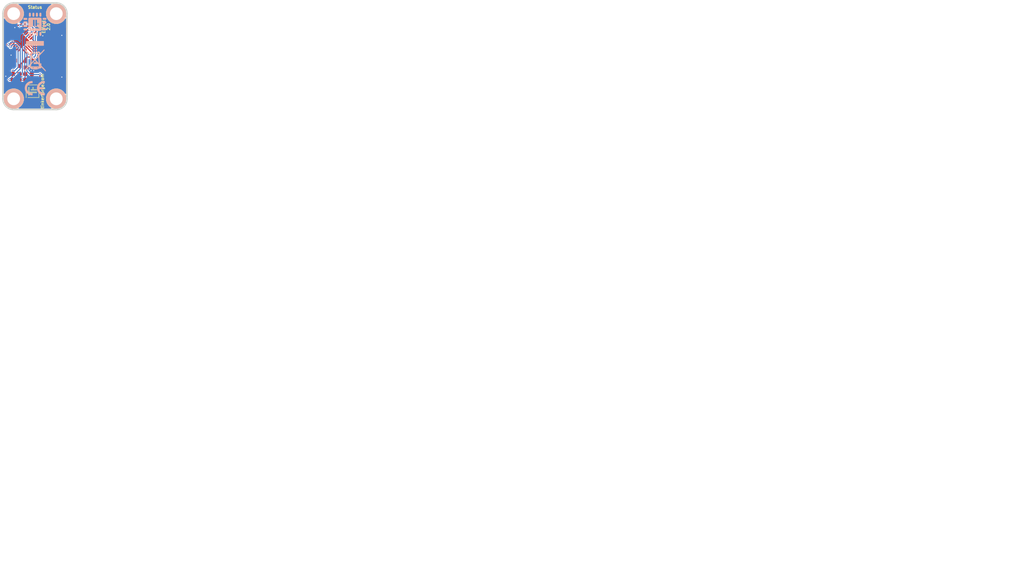
<source format=kicad_pcb>
(kicad_pcb (version 20221018) (generator pcbnew)
  (title_block (title "Hall Effect Bricklet") (date "2018-07-06") (rev "2.0") (company "Tinkerforge GmbH") (comment 1 "Licensed under CERN OHL v.1.1") (comment 2 "Copyright (©) 2018, L.Lauer <lukas@tinkerforge.com>"))
  (layers (0 "F.Cu" signal "Vorderseite") (31 "B.Cu" signal "Rückseite") (34 "B.Paste" user) (35 "F.Paste" user) (36 "B.SilkS" user "B.Silkscreen") (37 "F.SilkS" user "F.Silkscreen") (38 "B.Mask" user) (39 "F.Mask" user) (44 "Edge.Cuts" user))
  (net 0 "")
  (net 1 "GND")
  (net 2 "VCC")
  (net 3 "Net-(P1-Pad4)")
  (net 4 "Net-(P1-Pad5)")
  (net 5 "Net-(P1-Pad6)")
  (net 6 "Net-(C1-Pad1)")
  (net 7 "OUT")
  (net 8 "Net-(D1-Pad2)")
  (net 9 "Net-(R3-Pad1)")
  (net 10 "S-MISO")
  (net 11 "S-MOSI")
  (net 12 "S-CLK")
  (net 13 "S-CS")
  (net 14 "VOUT0")
  (net 15 "VOUT1")
  (net 16 "Net-(P2-Pad2)")
  (net 17 "Net-(P3-Pad1)")
  (net 18 "Net-(R1-Pad1)")
  (net 19 "Net-(R2-Pad1)")
  (net 20 "Net-(R4-Pad2)")
  (footprint "kicad-libraries:Logo_31x31" (layer "F.Cu") (at 48.25 52.1 90)
    (fp_text reference "G***" hide)
    (fp_text value "Logo_31x31" hide)
  )
  (footprint "kicad-libraries:Fiducial_Mark" (layer "F.Cu") (at 49.7 53.5)
    (fp_text reference "Fiducial_Mark" hide)
    (fp_text value "VAL**" hide)
    (pad "1" smd circle (at 0 0) (size 1.00076 1.00076) (layers "F.Cu" "F.Paste" "F.Mask") (clearance 0.65024))
  )
  (footprint "kicad-libraries:Fiducial_Mark" (layer "F.Cu") (at 55.4 38.3)
    (fp_text reference "Fiducial_Mark" hide)
    (fp_text value "VAL**" hide)
    (pad "1" smd circle (at 0 0) (size 1.00076 1.00076) (layers "F.Cu" "F.Paste" "F.Mask") (clearance 0.65024))
  )
  (footprint "kicad-libraries:DRILL_NP" (layer "F.Cu") (at 55.4 32.3)
    (fp_text reference "U3" hide)
    (fp_text value "DRILL" hide)
    (pad "" np_thru_hole circle (at 0 0) (size 2.99974 2.99974) (drill 2.99974) (layers "*.Cu" "*.Mask" "F.SilkS") (clearance 0.89916))
  )
  (footprint "kicad-libraries:DRILL_NP" (layer "F.Cu") (at 45.4 52.3)
    (fp_text reference "U4" hide)
    (fp_text value "DRILL" hide)
    (pad "" np_thru_hole circle (at 0 0) (size 2.99974 2.99974) (drill 2.99974) (layers "*.Cu" "*.Mask" "F.SilkS") (clearance 0.89916))
  )
  (footprint "kicad-libraries:DRILL_NP" (layer "F.Cu") (at 45.4 32.3)
    (fp_text reference "U5" hide)
    (fp_text value "DRILL" hide)
    (pad "" np_thru_hole circle (at 0 0) (size 2.99974 2.99974) (drill 2.99974) (layers "*.Cu" "*.Mask" "F.SilkS") (clearance 0.89916))
  )
  (footprint "kicad-libraries:DRILL_NP" (layer "F.Cu") (at 55.4 52.3)
    (fp_text reference "U6" hide)
    (fp_text value "DRILL" hide)
    (pad "" np_thru_hole circle (at 0 0) (size 2.99974 2.99974) (drill 2.99974) (layers "*.Cu" "*.Mask" "F.SilkS") (clearance 0.89916))
  )
  (footprint "kicad-libraries:C0402F" (layer "F.Cu") (at 51.6 38 90)
    (fp_text reference "C1")
    (fp_text value "220pF")
    (pad "1" smd rect (at -0.5 0 90) (size 0.6 0.7) (layers "F.Cu" "F.Paste" "F.Mask") (net 6 "Net-(C1-Pad1)"))
    (pad "2" smd rect (at 0.5 0 90) (size 0.6 0.7) (layers "F.Cu" "F.Paste" "F.Mask") (net 1 "GND"))
  )
  (footprint "kicad-libraries:C0603F" (layer "F.Cu") (at 48.9 46.5)
    (fp_text reference "C4")
    (fp_text value "1uF")
    (pad "1" smd rect (at -0.75 0) (size 0.9 0.9) (layers "F.Cu" "F.Paste" "F.Mask") (net 15 "VOUT1"))
    (pad "2" smd rect (at 0.75 0) (size 0.9 0.9) (layers "F.Cu" "F.Paste" "F.Mask") (net 1 "GND"))
  )
  (footprint "kicad-libraries:C0603F" (layer "F.Cu") (at 48.9 47.8)
    (fp_text reference "C5")
    (fp_text value "1uF")
    (pad "1" smd rect (at -0.75 0) (size 0.9 0.9) (layers "F.Cu" "F.Paste" "F.Mask") (net 14 "VOUT0"))
    (pad "2" smd rect (at 0.75 0) (size 0.9 0.9) (layers "F.Cu" "F.Paste" "F.Mask") (net 1 "GND"))
  )
  (footprint "kicad-libraries:C0603F" (layer "F.Cu") (at 44.5 36.5 45)
    (fp_text reference "C6")
    (fp_text value "100nF")
    (pad "1" smd rect (at -0.75 0 45) (size 0.9 0.9) (layers "F.Cu" "F.Paste" "F.Mask") (net 2 "VCC"))
    (pad "2" smd rect (at 0.75 0 45) (size 0.9 0.9) (layers "F.Cu" "F.Paste" "F.Mask") (net 1 "GND"))
  )
  (footprint "kicad-libraries:D0603F" (layer "F.Cu") (at 50.4 32)
    (fp_text reference "D1")
    (fp_text value "blue")
    (pad "1" smd rect (at -0.75 0) (size 0.9 0.9) (layers "F.Cu" "F.Paste" "F.Mask") (net 2 "VCC"))
    (pad "2" smd rect (at 0.75 0) (size 0.9 0.9) (layers "F.Cu" "F.Paste" "F.Mask") (net 8 "Net-(D1-Pad2)"))
  )
  (footprint "kicad-libraries:CON-SENSOR2" (layer "F.Cu") (at 57.9 42.3 90)
    (fp_text reference "P1")
    (fp_text value "CON-SENSOR2")
    (pad "1" smd rect (at -3.75 -4.6 90) (size 0.6 1.8) (layers "F.Cu" "F.Paste" "F.Mask"))
    (pad "2" smd rect (at -2.5 -4.6 90) (size 0.6 1.8) (layers "F.Cu" "F.Paste" "F.Mask") (net 1 "GND"))
    (pad "3" smd rect (at -1.25 -4.6 90) (size 0.6 1.8) (layers "F.Cu" "F.Paste" "F.Mask") (net 2 "VCC"))
    (pad "4" smd rect (at 0 -4.6 90) (size 0.6 1.8) (layers "F.Cu" "F.Paste" "F.Mask") (net 3 "Net-(P1-Pad4)"))
    (pad "5" smd rect (at 1.25 -4.6 90) (size 0.6 1.8) (layers "F.Cu" "F.Paste" "F.Mask") (net 4 "Net-(P1-Pad5)"))
    (pad "6" smd rect (at 2.5 -4.6 90) (size 0.6 1.8) (layers "F.Cu" "F.Paste" "F.Mask") (net 5 "Net-(P1-Pad6)"))
    (pad "7" smd rect (at 3.75 -4.6 90) (size 0.6 1.8) (layers "F.Cu" "F.Paste" "F.Mask") (net 6 "Net-(C1-Pad1)"))
    (pad "EP" smd rect (at -5.9 -1.2 90) (size 1.4 2.4) (layers "F.Cu" "F.Paste" "F.Mask") (net 1 "GND"))
    (pad "EP" smd rect (at 5.9 -1.2 90) (size 1.4 2.4) (layers "F.Cu" "F.Paste" "F.Mask") (net 1 "GND"))
  )
  (footprint "kicad-libraries:R0603F" (layer "F.Cu") (at 46 46.5)
    (fp_text reference "R1")
    (fp_text value "10k")
    (pad "1" smd rect (at -0.75 0) (size 0.9 0.9) (layers "F.Cu" "F.Paste" "F.Mask") (net 18 "Net-(R1-Pad1)"))
    (pad "2" smd rect (at 0.75 0) (size 0.9 0.9) (layers "F.Cu" "F.Paste" "F.Mask") (net 15 "VOUT1"))
  )
  (footprint "kicad-libraries:R0603F" (layer "F.Cu") (at 50.4 33.4)
    (fp_text reference "R3")
    (fp_text value "1k")
    (pad "1" smd rect (at -0.75 0) (size 0.9 0.9) (layers "F.Cu" "F.Paste" "F.Mask") (net 9 "Net-(R3-Pad1)"))
    (pad "2" smd rect (at 0.75 0) (size 0.9 0.9) (layers "F.Cu" "F.Paste" "F.Mask") (net 8 "Net-(D1-Pad2)"))
  )
  (footprint "kicad-libraries:4X0402" (layer "F.Cu") (at 51.1 40.3 90)
    (fp_text reference "RP1")
    (fp_text value "82")
    (pad "1" smd rect (at -0.7493 0.575 270) (size 0.29972 0.65) (layers "F.Cu" "F.Paste" "F.Mask") (net 3 "Net-(P1-Pad4)"))
    (pad "2" smd rect (at -0.24892 0.575 270) (size 0.29972 0.65) (layers "F.Cu" "F.Paste" "F.Mask") (net 4 "Net-(P1-Pad5)"))
    (pad "3" smd rect (at 0.24892 0.575 270) (size 0.29972 0.65) (layers "F.Cu" "F.Paste" "F.Mask") (net 5 "Net-(P1-Pad6)"))
    (pad "4" smd rect (at 0.7493 0.575 270) (size 0.29972 0.65) (layers "F.Cu" "F.Paste" "F.Mask") (net 6 "Net-(C1-Pad1)"))
    (pad "5" smd rect (at 0.7493 -0.575 90) (size 0.29972 0.65) (layers "F.Cu" "F.Paste" "F.Mask") (net 10 "S-MISO"))
    (pad "6" smd rect (at 0.24892 -0.575 90) (size 0.29972 0.65) (layers "F.Cu" "F.Paste" "F.Mask") (net 11 "S-MOSI"))
    (pad "7" smd rect (at -0.24892 -0.575 90) (size 0.29972 0.65) (layers "F.Cu" "F.Paste" "F.Mask") (net 12 "S-CLK"))
    (pad "8" smd rect (at -0.7493 -0.575 90) (size 0.29972 0.65) (layers "F.Cu" "F.Paste" "F.Mask") (net 13 "S-CS"))
  )
  (footprint "kicad-libraries:QFN24-4x4mm-0.5mm" (layer "F.Cu") (at 47.2 38.6 -135)
    (fp_text reference "U1")
    (fp_text value "XMC1302")
    (pad "1" smd oval (at -2.025 -1.25 225) (size 1 0.3) (layers "F.Cu" "F.Paste" "F.Mask") (net 10 "S-MISO"))
    (pad "2" smd oval (at -2.025 -0.75 225) (size 1 0.3) (layers "F.Cu" "F.Paste" "F.Mask") (net 7 "OUT"))
    (pad "3" smd oval (at -2.025 -0.25 225) (size 1 0.3) (layers "F.Cu" "F.Paste" "F.Mask") (net 14 "VOUT0"))
    (pad "4" smd oval (at -2.025 0.25 225) (size 1 0.3) (layers "F.Cu" "F.Paste" "F.Mask"))
    (pad "5" smd oval (at -2.025 0.75 225) (size 1 0.3) (layers "F.Cu" "F.Paste" "F.Mask") (net 15 "VOUT1"))
    (pad "6" smd oval (at -2.025 1.25 225) (size 1 0.3) (layers "F.Cu" "F.Paste" "F.Mask") (net 7 "OUT"))
    (pad "7" smd oval (at -1.25 2.025 315) (size 1 0.3) (layers "F.Cu" "F.Paste" "F.Mask") (net 9 "Net-(R3-Pad1)"))
    (pad "8" smd oval (at -0.75 2.025 315) (size 1 0.3) (layers "F.Cu" "F.Paste" "F.Mask"))
    (pad "9" smd oval (at -0.25 2.025 315) (size 1 0.3) (layers "F.Cu" "F.Paste" "F.Mask") (net 1 "GND"))
    (pad "10" smd oval (at 0.25 2.025 315) (size 1 0.3) (layers "F.Cu" "F.Paste" "F.Mask") (net 2 "VCC"))
    (pad "11" smd oval (at 0.75 2.025 315) (size 1 0.3) (layers "F.Cu" "F.Paste" "F.Mask"))
    (pad "12" smd oval (at 1.25 2.025 315) (size 1 0.3) (layers "F.Cu" "F.Paste" "F.Mask"))
    (pad "13" smd oval (at 2.025 1.25 225) (size 1 0.3) (layers "F.Cu" "F.Paste" "F.Mask") (net 19 "Net-(R2-Pad1)"))
    (pad "14" smd oval (at 2.025 0.75 225) (size 1 0.3) (layers "F.Cu" "F.Paste" "F.Mask") (net 18 "Net-(R1-Pad1)"))
    (pad "15" smd oval (at 2.025 0.25 225) (size 1 0.3) (layers "F.Cu" "F.Paste" "F.Mask"))
    (pad "16" smd oval (at 2.025 -0.25 225) (size 1 0.3) (layers "F.Cu" "F.Paste" "F.Mask"))
    (pad "17" smd oval (at 2.025 -0.75 225) (size 1 0.3) (layers "F.Cu" "F.Paste" "F.Mask"))
    (pad "18" smd oval (at 2.025 -1.25 225) (size 1 0.3) (layers "F.Cu" "F.Paste" "F.Mask"))
    (pad "19" smd oval (at 1.25 -2.025 315) (size 1 0.3) (layers "F.Cu" "F.Paste" "F.Mask") (net 16 "Net-(P2-Pad2)"))
    (pad "20" smd oval (at 0.75 -2.025 315) (size 1 0.3) (layers "F.Cu" "F.Paste" "F.Mask"))
    (pad "21" smd oval (at 0.25 -2.025 315) (size 1 0.3) (layers "F.Cu" "F.Paste" "F.Mask") (net 17 "Net-(P3-Pad1)"))
    (pad "22" smd oval (at -0.25 -2.025 315) (size 1 0.3) (layers "F.Cu" "F.Paste" "F.Mask") (net 13 "S-CS"))
    (pad "23" smd oval (at -0.75 -2.025 315) (size 1 0.3) (layers "F.Cu" "F.Paste" "F.Mask") (net 12 "S-CLK"))
    (pad "24" smd oval (at -1.25 -2.025 315) (size 1 0.3) (layers "F.Cu" "F.Paste" "F.Mask") (net 11 "S-MOSI"))
    (pad "EXP" smd rect (at -0.65 -0.65 225) (size 1.3 1.3) (layers "F.Cu" "F.Paste" "F.Mask") (net 1 "GND"))
    (pad "EXP" smd rect (at -0.65 0.65 225) (size 1.3 1.3) (layers "F.Cu" "F.Paste" "F.Mask") (net 1 "GND"))
    (pad "EXP" smd rect (at 0.65 -0.65 225) (size 1.3 1.3) (layers "F.Cu" "F.Paste" "F.Mask") (net 1 "GND"))
    (pad "EXP" smd rect (at 0.65 0.65 225) (size 1.3 1.3) (layers "F.Cu" "F.Paste" "F.Mask") (net 1 "GND"))
  )
  (footprint "kicad-libraries:C0805" (layer "F.Cu") (at 51.3 44.3 -90)
    (fp_text reference "C2")
    (fp_text value "10uF")
    (pad "1" smd rect (at -1.00076 0 270) (size 1.00076 1.24968) (layers "F.Cu" "F.Paste" "F.Mask") (net 2 "VCC") (clearance 0.14986))
    (pad "2" smd rect (at 1.00076 0 270) (size 1.00076 1.24968) (layers "F.Cu" "F.Paste" "F.Mask") (net 1 "GND") (clearance 0.14986))
  )
  (footprint "kicad-libraries:C0603F" (layer "F.Cu") (at 49.8 44.2 -90)
    (fp_text reference "C3")
    (fp_text value "1uF")
    (pad "1" smd rect (at -0.75 0 270) (size 0.9 0.9) (layers "F.Cu" "F.Paste" "F.Mask") (net 2 "VCC"))
    (pad "2" smd rect (at 0.75 0 270) (size 0.9 0.9) (layers "F.Cu" "F.Paste" "F.Mask") (net 1 "GND"))
  )
  (footprint "kicad-libraries:C0603F" (layer "F.Cu") (at 43.9 45.4 -90)
    (fp_text reference "C7")
    (fp_text value "100nF")
    (pad "1" smd rect (at -0.75 0 270) (size 0.9 0.9) (layers "F.Cu" "F.Paste" "F.Mask") (net 2 "VCC"))
    (pad "2" smd rect (at 0.75 0 270) (size 0.9 0.9) (layers "F.Cu" "F.Paste" "F.Mask") (net 1 "GND"))
  )
  (footprint "kicad-libraries:C0603F" (layer "F.Cu") (at 48.2 44.2 -90)
    (fp_text reference "C8")
    (fp_text value "100nF")
    (pad "1" smd rect (at -0.75 0 270) (size 0.9 0.9) (layers "F.Cu" "F.Paste" "F.Mask") (net 7 "OUT"))
    (pad "2" smd rect (at 0.75 0 270) (size 0.9 0.9) (layers "F.Cu" "F.Paste" "F.Mask") (net 1 "GND"))
  )
  (footprint "kicad-libraries:SolderJumper" (layer "F.Cu") (at 51 47.8)
    (fp_text reference "P2")
    (fp_text value "BOOT")
    (pad "1" smd rect (at -0.5 0) (size 0.4 1.4) (layers "F.Cu" "F.Mask") (net 1 "GND"))
    (pad "1" smd rect (at -0.225 -0.55) (size 0.95 0.3) (layers "F.Cu" "F.Mask") (net 1 "GND"))
    (pad "1" smd rect (at -0.225 0.55) (size 0.95 0.3) (layers "F.Cu" "F.Mask") (net 1 "GND"))
    (pad "2" smd rect (at 0.15 0) (size 0.6 0.5) (layers "F.Cu" "F.Mask") (net 16 "Net-(P2-Pad2)"))
    (pad "2" smd rect (at 0.55 0) (size 0.3 1.4) (layers "F.Cu" "F.Mask") (net 16 "Net-(P2-Pad2)"))
  )
  (footprint "kicad-libraries:DEBUG_PAD" (layer "F.Cu") (at 49.7 41.8 -90)
    (fp_text reference "P3")
    (fp_text value "DEBUG")
    (pad "1" smd circle (at 0 0 270) (size 0.7 0.7) (layers "F.Cu" "F.Paste" "F.Mask") (net 17 "Net-(P3-Pad1)"))
  )
  (footprint "kicad-libraries:R0603F" (layer "F.Cu") (at 46 47.8)
    (fp_text reference "R2")
    (fp_text value "10k")
    (pad "1" smd rect (at -0.75 0) (size 0.9 0.9) (layers "F.Cu" "F.Paste" "F.Mask") (net 19 "Net-(R2-Pad1)"))
    (pad "2" smd rect (at 0.75 0) (size 0.9 0.9) (layers "F.Cu" "F.Paste" "F.Mask") (net 14 "VOUT0"))
  )
  (footprint "kicad-libraries:R0603F" (layer "F.Cu") (at 46 44.6 180)
    (fp_text reference "R4")
    (fp_text value "100")
    (pad "1" smd rect (at -0.75 0 180) (size 0.9 0.9) (layers "F.Cu" "F.Paste" "F.Mask") (net 7 "OUT"))
    (pad "2" smd rect (at 0.75 0 180) (size 0.9 0.9) (layers "F.Cu" "F.Paste" "F.Mask") (net 20 "Net-(R4-Pad2)"))
  )
  (footprint "kicad-libraries:SOT23-3" (layer "F.Cu") (at 44.8 42.3 180)
    (fp_text reference "U2")
    (fp_text value "DRV5053")
    (pad "1" smd rect (at 0.889 -1.016 180) (size 0.9144 0.9144) (layers "F.Cu" "F.Paste" "F.Mask") (net 2 "VCC"))
    (pad "2" smd rect (at -0.889 -1.016 180) (size 0.9144 0.9144) (layers "F.Cu" "F.Paste" "F.Mask") (net 20 "Net-(R4-Pad2)"))
    (pad "3" smd rect (at 0 1.00076 180) (size 0.9144 0.9144) (layers "F.Cu" "F.Paste" "F.Mask") (net 1 "GND"))
  )
  (footprint "kicad-libraries:WEEE_7mm" (layer "B.Cu") (at 50.4 42.3)
    (fp_text reference "VAL" hide)
    (fp_text value "WEEE_7mm" hide)
  )
  (footprint "kicad-libraries:CE_5mm" (layer "B.Cu") (at 50.4 49.8)
    (fp_text reference "VAL" hide)
    (fp_text value "CE_5mm" hide)
  )
  (footprint "kicad-libraries:Logo_CoMCU" (layer "B.Cu") (at 50.4 34.8)
    (fp_text reference "G***" hide)
    (fp_text value "LOGO" hide)
  )
  (gr_arc (start 42.9 32.3) (mid 43.632233 30.532233) (end 45.4 29.8) (stroke (width 0.381)) (layer "Edge.Cuts"))
  (gr_arc (start 45.4 54.8) (mid 43.632233 54.067767) (end 42.9 52.3) (stroke (width 0.381)) (layer "Edge.Cuts"))
  (gr_arc (start 55.4 29.8) (mid 57.167767 30.532233) (end 57.9 32.3) (stroke (width 0.381)) (layer "Edge.Cuts"))
  (gr_line (start 55.4 54.8) (end 45.4 54.8) (stroke (width 0.381)) (layer "Edge.Cuts"))
  (gr_arc (start 57.9 52.3) (mid 57.167767 54.067767) (end 55.4 54.8) (stroke (width 0.381)) (layer "Edge.Cuts"))
  (gr_line (start 42.9 52.3) (end 42.9 32.3) (stroke (width 0.381)) (layer "Edge.Cuts"))
  (gr_line (start 57.9 32.3) (end 57.9 52.3) (stroke (width 0.381)) (layer "Edge.Cuts"))
  (gr_line (start 45.4 29.8) (end 55.4 29.8) (stroke (width 0.381)) (layer "Edge.Cuts"))
  (gr_text "Hall\nEffect\n2.0" (at 52.45 35.38 90) (layer "F.SilkS") (effects (font (size 0.7 0.7))))
  (gr_text "tinkerforge.com" (at 52.15 50.5 90) (layer "F.SilkS") (effects (font (size 0.7 0.7))))
  (gr_text "Status" (at 50.4 30.8) (layer "F.SilkS") (effects (font (size 0.7 0.7))))
  (segment (start 50.35 44.95) (end 50.60076 45.20076) (width 0.55) (layer "F.Cu") (net 1))
  (segment (start 50.60076 45.20076) (end 51.3 45.20076) (width 0.55) (layer "F.Cu") (net 1))
  (segment (start 52.4 44.8) (end 51.99924 45.20076) (width 0.55) (layer "F.Cu") (net 1))
  (segment (start 51.99924 45.20076) (end 51.3 45.20076) (width 0.55) (layer "F.Cu") (net 1))
  (segment (start 50.11 45.68) (end 49.8 45.37) (width 0.55) (layer "F.Cu") (net 1))
  (segment (start 49.8 45.38) (end 49.5 45.68) (width 0.55) (layer "F.Cu") (net 1))
  (segment (start 49.41 44.95) (end 49.07 45.29) (width 0.55) (layer "F.Cu") (net 1))
  (segment (start 49.28 44.95) (end 49.07 44.74) (width 0.55) (layer "F.Cu") (net 1))
  (segment (start 49.46 45.68) (end 49.07 45.29) (width 0.55) (layer "F.Cu") (net 1))
  (segment (start 49.59 44.74) (end 49.8 44.95) (width 0.55) (layer "F.Cu") (net 1))
  (segment (start 45.03033 36.076777) (end 45.944885 36.991332) (width 0.25) (layer "F.Cu") (net 1))
  (segment (start 45.944885 36.994885) (end 46.630761 37.680761) (width 0.25) (layer "F.Cu") (net 1))
  (segment (start 46.630761 37.680761) (end 47.2 37.680761) (width 0.25) (layer "F.Cu") (net 1))
  (segment (start 48.119239 38.6) (end 47.2 39.519239) (width 0.25) (layer "F.Cu") (net 1))
  (segment (start 47.2 39.519239) (end 46.280761 38.6) (width 0.25) (layer "F.Cu") (net 1))
  (segment (start 46.280761 38.6) (end 47.2 37.680761) (width 0.25) (layer "F.Cu") (net 1))
  (segment (start 45.280332 35.96967) (end 45.67 35.580002) (width 0.55) (layer "F.Cu") (net 1))
  (segment (start 49.5 45.68) (end 49.65 45.83) (width 0.3) (layer "F.Cu") (net 1))
  (segment (start 43.9 46.65) (end 43.55 47) (width 0.55) (layer "F.Cu") (net 1))
  (segment (start 50.55 47.25) (end 50.5 47.3) (width 0.25) (layer "F.Cu") (net 1))
  (segment (start 50.5 47.3) (end 50.5 47.8) (width 0.25) (layer "F.Cu") (net 1))
  (segment (start 50.65 48.35) (end 50.5 48.2) (width 0.25) (layer "F.Cu") (net 1))
  (segment (start 50.5 48.2) (end 50.5 47.8) (width 0.25) (layer "F.Cu") (net 1))
  (segment (start 49.35 44.95) (end 49.4 45) (width 0.55) (layer "F.Cu") (net 1))
  (segment (start 49.4 45) (end 49.8 44.95) (width 0.55) (layer "F.Cu") (net 1))
  (segment (start 49.65 47.8) (end 49.65 46.5) (width 0.55) (layer "F.Cu") (net 1))
  (segment (start 56.7 48.2) (end 56.7 47.2) (width 0.55) (layer "F.Cu") (net 1))
  (segment (start 50.775 48.35) (end 50.65 48.35) (width 0.25) (layer "F.Cu") (net 1))
  (segment (start 49.8 44.95) (end 49.8 45.37) (width 0.55) (layer "F.Cu") (net 1))
  (segment (start 51.6 37.5) (end 52.23 37.5) (width 0.55) (layer "F.Cu") (net 1))
  (segment (start 49.07 44.74) (end 49.59 44.74) (width 0.55) (layer "F.Cu") (net 1))
  (segment (start 47.2 37.680761) (end 48.119239 38.6) (width 0.25) (layer "F.Cu") (net 1))
  (segment (start 43.9 46.15) (end 43.9 46.65) (width 0.55) (layer "F.Cu") (net 1))
  (segment (start 50.775 47.25) (end 50.55 47.25) (width 0.25) (layer "F.Cu") (net 1))
  (segment (start 49.07 44.74) (end 49.07 45.29) (width 0.55) (layer "F.Cu") (net 1))
  (segment (start 53.3 44.8) (end 52.4 44.8) (width 0.55) (layer "F.Cu") (net 1))
  (segment (start 49.8 44.95) (end 49.8 45.38) (width 0.55) (layer "F.Cu") (net 1))
  (segment (start 56.7 36.4) (end 56.7 37.4) (width 0.55) (layer "F.Cu") (net 1))
  (segment (start 49.8 44.95) (end 50.35 44.95) (width 0.55) (layer "F.Cu") (net 1))
  (segment (start 48.2 44.95) (end 49.35 44.95) (width 0.55) (layer "F.Cu") (net 1))
  (segment (start 45.03033 35.96967) (end 45.280332 35.96967) (width 0.55) (layer "F.Cu") (net 1))
  (segment (start 44.8 41.29924) (end 44.8 42.05) (width 0.55) (layer "F.Cu") (net 1))
  (segment (start 49.5 45.68) (end 50.11 45.68) (width 0.55) (layer "F.Cu") (net 1))
  (segment (start 45.944885 36.991332) (end 45.944885 36.994885) (width 0.25) (layer "F.Cu") (net 1))
  (segment (start 50.5 47.8) (end 49.65 47.8) (width 0.25) (layer "F.Cu") (net 1))
  (segment (start 49.28 44.95) (end 49.8 44.95) (width 0.55) (layer "F.Cu") (net 1))
  (segment (start 45.03033 35.96967) (end 45.03033 36.076777) (width 0.25) (layer "F.Cu") (net 1))
  (segment (start 49.5 45.68) (end 49.46 45.68) (width 0.55) (layer "F.Cu") (net 1))
  (segment (start 49.65 45.83) (end 49.65 46.5) (width 0.55) (layer "F.Cu") (net 1))
  (via (at 56.7 47.2) (size 0.55) (drill 0.25) (layers "F.Cu" "B.Cu") (net 1))
  (via (at 49.07 44.74) (size 0.55) (drill 0.25) (layers "F.Cu" "B.Cu") (net 1))
  (via (at 43.55 47) (size 0.55) (drill 0.25) (layers "F.Cu" "B.Cu") (net 1))
  (via (at 44.8 42.05) (size 0.55) (drill 0.25) (layers "F.Cu" "B.Cu") (net 1))
  (via (at 49.5 45.68) (size 0.55) (drill 0.25) (layers "F.Cu" "B.Cu") (net 1))
  (via (at 45.67 35.580002) (size 0.55) (drill 0.25) (layers "F.Cu" "B.Cu") (net 1))
  (via (at 52.23 37.5) (size 0.55) (drill 0.25) (layers "F.Cu" "B.Cu") (net 1))
  (via (at 49.07 45.29) (size 0.55) (drill 0.25) (layers "F.Cu" "B.Cu") (net 1))
  (via (at 56.7 37.4) (size 0.55) (drill 0.25) (layers "F.Cu" "B.Cu") (net 1))
  (via (at 50.11 45.68) (size 0.55) (drill 0.25) (layers "F.Cu" "B.Cu") (net 1))
  (segment (start 45.67 35.580002) (end 45.67 35.54) (width 0.55) (layer "B.Cu") (net 1))
  (segment (start 45.67 35.54) (end 45.68 35.55) (width 0.55) (layer "B.Cu") (net 1))
  (segment (start 52.45 43.55) (end 52.09924 43.19924) (width 0.55) (layer "F.Cu") (net 2))
  (segment (start 52.09924 43.19924) (end 51.3 43.19924) (width 0.55) (layer "F.Cu") (net 2))
  (segment (start 50.60076 43.19924) (end 50.35 43.45) (width 0.55) (layer "F.Cu") (net 2))
  (segment (start 50.35 43.45) (end 49.8 43.45) (width 0.55) (layer "F.Cu") (net 2))
  (segment (start 43.911 42.271) (end 43.65 42.01) (width 0.25) (layer "F.Cu") (net 2))
  (segment (start 43.65 42.01) (end 43.65 37.35) (width 0.25) (layer "F.Cu") (net 2))
  (segment (start 43.65 37.35) (end 43.96967 37.03033) (width 0.25) (layer "F.Cu") (net 2))
  (segment (start 43.99967 37.03033) (end 44.24 36.79) (width 0.25) (layer "F.Cu") (net 2))
  (segment (start 44.24 36.79) (end 44.75 36.79) (width 0.25) (layer "F.Cu") (net 2))
  (segment (start 44.75 36.79) (end 44.93 36.97) (width 0.25) (layer "F.Cu") (net 2))
  (segment (start 44.93 36.97) (end 45.216447 36.97) (width 0.25) (layer "F.Cu") (net 2))
  (segment (start 45.216447 36.97) (end 45.591332 37.344885) (width 0.25) (layer "F.Cu") (net 2))
  (segment (start 43.96967 36.99967) (end 43.5 36.53) (width 0.25) (layer "F.Cu") (net 2))
  (segment (start 43.5 36.53) (end 43.5 36.41) (width 0.25) (layer "F.Cu") (net 2))
  (segment (start 43.5 36.41) (end 44.88 35.03) (width 0.25) (layer "F.Cu") (net 2))
  (segment (start 44.88 35.03) (end 46.82 35.03) (width 0.25) (layer "F.Cu") (net 2))
  (segment (start 46.82 35.03) (end 46.825 35.025) (width 0.25) (layer "F.Cu") (net 2))
  (segment (start 48.49 33.36) (end 48.49 32.58) (width 0.25) (layer "F.Cu") (net 2))
  (segment (start 48.49 32.58) (end 49.07 32) (width 0.25) (layer "F.Cu") (net 2))
  (segment (start 49.07 32) (end 49.65 32) (width 0.25) (layer "F.Cu") (net 2))
  (segment (start 49.8 42.9) (end 50 42.7) (width 0.25) (layer "F.Cu") (net 2))
  (segment (start 46.8 35) (end 46.825 35.025) (width 0.25) (layer "F.Cu") (net 2))
  (segment (start 46.825 35.025) (end 48.49 33.36) (width 0.25) (layer "F.Cu") (net 2))
  (segment (start 43.911 43.316) (end 43.911 42.271) (width 0.25) (layer "F.Cu") (net 2))
  (segment (start 43.911 43.316) (end 43.911 44.661) (width 0.55) (layer "F.Cu") (net 2))
  (segment (start 49.8 43.45) (end 49.8 42.9) (width 0.25) (layer "F.Cu") (net 2))
  (segment (start 43.96967 37.03033) (end 43.99967 37.03033) (width 0.25) (layer "F.Cu") (net 2))
  (segment (start 51.3 43.19924) (end 50.60076 43.19924) (width 0.55) (layer "F.Cu") (net 2))
  (segment (start 43.96967 37.03033) (end 43.96967 36.99967) (width 0.25) (layer "F.Cu") (net 2))
  (segment (start 53.3 43.55) (end 52.45 43.55) (width 0.55) (layer "F.Cu") (net 2))
  (via (at 46.8 35) (size 0.55) (drill 0.25) (layers "F.Cu" "B.Cu") (net 2))
  (via (at 50 42.7) (size 0.55) (drill 0.25) (layers "F.Cu" "B.Cu") (net 2))
  (segment (start 50 42.7) (end 50.5 42.2) (width 0.25) (layer "B.Cu") (net 2))
  (segment (start 50.5 42.2) (end 50.5 37.5) (width 0.25) (layer "B.Cu") (net 2))
  (segment (start 50.5 37.5) (end 50.7 37.3) (width 0.25) (layer "B.Cu") (net 2))
  (segment (start 50.7 37.3) (end 50.7 36.4) (width 0.25) (layer "B.Cu") (net 2))
  (segment (start 50.7 36.4) (end 49.3 35) (width 0.25) (layer "B.Cu") (net 2))
  (segment (start 49.3 35) (end 46.8 35) (width 0.25) (layer "B.Cu") (net 2))
  (segment (start 51.8493 41.0493) (end 52.1 41.3) (width 0.2) (layer "F.Cu") (net 3))
  (segment (start 52.1 41.3) (end 52.1 42) (width 0.2) (layer "F.Cu") (net 3))
  (segment (start 52.1 42) (end 52.4 42.3) (width 0.2) (layer "F.Cu") (net 3))
  (segment (start 52.4 42.3) (end 53.3 42.3) (width 0.2) (layer "F.Cu") (net 3))
  (segment (start 51.675 41.0493) (end 51.8493 41.0493) (width 0.2) (layer "F.Cu") (net 3))
  (segment (start 52.04892 40.54892) (end 52.55 41.05) (width 0.2) (layer "F.Cu") (net 4))
  (segment (start 52.55 41.05) (end 53.3 41.05) (width 0.2) (layer "F.Cu") (net 4))
  (segment (start 51.675 40.54892) (end 52.04892 40.54892) (width 0.2) (layer "F.Cu") (net 4))
  (segment (start 52.04892 40.05108) (end 52.3 39.8) (width 0.2) (layer "F.Cu") (net 5))
  (segment (start 52.3 39.8) (end 53.3 39.8) (width 0.2) (layer "F.Cu") (net 5))
  (segment (start 51.675 40.05108) (end 52.04892 40.05108) (width 0.2) (layer "F.Cu") (net 5))
  (segment (start 51.65 38.55) (end 51.675 38.575) (width 0.2) (layer "F.Cu") (net 6))
  (segment (start 51.675 38.575) (end 51.675 39.5507) (width 0.2) (layer "F.Cu") (net 6))
  (segment (start 53.3 38.55) (end 51.65 38.55) (width 0.2) (layer "F.Cu") (net 6))
  (segment (start 47.748008 36.261992) (end 47.748008 36.284225) (width 0.25) (layer "F.Cu") (net 7))
  (segment (start 46.75 44.45) (end 47.75 43.45) (width 0.3) (layer "F.Cu") (net 7))
  (segment (start 47.75 43.45) (end 48.2 43.45) (width 0.3) (layer "F.Cu") (net 7))
  (segment (start 50.5 36.6) (end 50.5 36.2) (width 0.25) (layer "F.Cu") (net 7))
  (segment (start 50.5 36.2) (end 49.6 35.3) (width 0.25) (layer "F.Cu") (net 7))
  (segment (start 49.6 35.3) (end 48.732233 35.3) (width 0.25) (layer "F.Cu") (net 7))
  (segment (start 48.732233 35.3) (end 47.748008 36.284225) (width 0.25) (layer "F.Cu") (net 7))
  (segment (start 49.76066 37.1) (end 50 37.1) (width 0.25) (layer "F.Cu") (net 7))
  (segment (start 48.2 42.8) (end 48.5 42.5) (width 0.25) (layer "F.Cu") (net 7))
  (segment (start 48.5 42.5) (end 49.3 42.5) (width 0.25) (layer "F.Cu") (net 7))
  (segment (start 46.75 44.6) (end 46.75 44.45) (width 0.3) (layer "F.Cu") (net 7))
  (segment (start 49.162221 37.698439) (end 49.76066 37.1) (width 0.25) (layer "F.Cu") (net 7))
  (segment (start 48.2 43.45) (end 48.2 42.8) (width 0.25) (layer "F.Cu") (net 7))
  (segment (start 50 37.1) (end 50.5 36.6) (width 0.25) (layer "F.Cu") (net 7))
  (via (at 50 37.1) (size 0.55) (drill 0.25) (layers "F.Cu" "B.Cu") (net 7))
  (via (at 49.3 42.5) (size 0.55) (drill 0.25) (layers "F.Cu" "B.Cu") (net 7))
  (segment (start 49.3 42.5) (end 50 41.8) (width 0.25) (layer "B.Cu") (net 7))
  (segment (start 50 41.8) (end 50 37.1) (width 0.25) (layer "B.Cu") (net 7))
  (segment (start 51.15 32) (end 51.15 33.4) (width 0.25) (layer "F.Cu") (net 8))
  (segment (start 46.655775 36.284225) (end 48.06 34.88) (width 0.25) (layer "F.Cu") (net 9))
  (segment (start 48.06 34.88) (end 48.06 34.45) (width 0.25) (layer "F.Cu") (net 9))
  (segment (start 48.06 34.45) (end 49.11 33.4) (width 0.25) (layer "F.Cu") (net 9))
  (segment (start 49.11 33.4) (end 49.65 33.4) (width 0.25) (layer "F.Cu") (net 9))
  (segment (start 46.651992 36.284225) (end 46.655775 36.284225) (width 0.25) (layer "F.Cu") (net 9))
  (segment (start 49.65 33.4) (end 49.34 33.4) (width 0.25) (layer "F.Cu") (net 9))
  (segment (start 50.525 39.061217) (end 49.515775 38.051992) (width 0.2) (layer "F.Cu") (net 10))
  (segment (start 50.525 39.5507) (end 50.525 39.061217) (width 0.2) (layer "F.Cu") (net 10))
  (segment (start 50.15108 40.05108) (end 49.9 39.8) (width 0.2) (layer "F.Cu") (net 11))
  (segment (start 49.9 39.8) (end 49.9 39.532233) (width 0.2) (layer "F.Cu") (net 11))
  (segment (start 49.9 39.532233) (end 49.515775 39.148008) (width 0.2) (layer "F.Cu") (net 11))
  (segment (start 50.525 40.05108) (end 50.15108 40.05108) (width 0.2) (layer "F.Cu") (net 11))
  (segment (start 50.153942 40.54892) (end 49.162221 39.557199) (width 0.2) (layer "F.Cu") (net 12))
  (segment (start 49.162221 39.557199) (end 49.162221 39.501561) (width 0.2) (layer "F.Cu") (net 12))
  (segment (start 50.525 40.54892) (end 50.153942 40.54892) (width 0.2) (layer "F.Cu") (net 12))
  (segment (start 50.002853 41.0493) (end 48.808668 39.855115) (width 0.2) (layer "F.Cu") (net 13))
  (segment (start 50.525 41.0493) (end 50.002853 41.0493) (width 0.2) (layer "F.Cu") (net 13))
  (segment (start 49.75 36.403553) (end 49.75 36.4) (width 0.25) (layer "F.Cu") (net 14))
  (segment (start 49.75 36.403553) (end 48.808668 37.344885) (width 0.25) (layer "F.Cu") (net 14))
  (segment (start 47.45 47.8) (end 48.15 47.8) (width 0.3) (layer "F.Cu") (net 14))
  (segment (start 46.75 47.8) (end 47.45 47.8) (width 0.3) (layer "F.Cu") (net 14))
  (via (at 47.45 47.8) (size 0.55) (drill 0.25) (layers "F.Cu" "B.Cu") (net 14))
  (via (at 49.75 36.4) (size 0.55) (drill 0.25) (layers "F.Cu" "B.Cu") (net 14))
  (segment (start 47.5 47.8) (end 48.1 47.2) (width 0.25) (layer "B.Cu") (net 14))
  (segment (start 48.1 47.2) (end 48.1 46) (width 0.25) (layer "B.Cu") (net 14))
  (segment (start 48 45.9) (end 48 38.15) (width 0.25) (layer "B.Cu") (net 14))
  (segment (start 48 38.15) (end 49.75 36.4) (width 0.25) (layer "B.Cu") (net 14))
  (segment (start 48.1 46) (end 48 45.9) (width 0.25) (layer "B.Cu") (net 14))
  (segment (start 47.45 47.8) (end 47.5 47.8) (width 0.25) (layer "B.Cu") (net 14))
  (segment (start 48.68934 36.05) (end 49 36.05) (width 0.25) (layer "F.Cu") (net 15))
  (segment (start 46.75 46.5) (end 47.45 46.5) (width 0.3) (layer "F.Cu") (net 15))
  (segment (start 48.68934 36.05) (end 48.101561 36.637779) (width 0.25) (layer "F.Cu") (net 15))
  (segment (start 47.45 46.5) (end 48.15 46.5) (width 0.3) (layer "F.Cu") (net 15))
  (via (at 49 36.05) (size 0.55) (drill 0.25) (layers "F.Cu" "B.Cu") (net 15))
  (via (at 47.45 46.5) (size 0.55) (drill 0.25) (layers "F.Cu" "B.Cu") (net 15))
  (segment (start 47.45 37.6) (end 49 36.05) (width 0.25) (layer "B.Cu") (net 15))
  (segment (start 47.45 46.5) (end 47.45 37.6) (width 0.25) (layer "B.Cu") (net 15))
  (segment (start 47.748008 40.948008) (end 48.6 41.8) (width 0.25) (layer "F.Cu") (net 16))
  (segment (start 51.6 46.6) (end 51.55 46.65) (width 0.25) (layer "F.Cu") (net 16))
  (segment (start 51.55 46.65) (end 51.55 47.8) (width 0.25) (layer "F.Cu") (net 16))
  (segment (start 51.5 47.8) (end 51.55 47.8) (width 0.25) (layer "F.Cu") (net 16))
  (segment (start 47.748008 40.915775) (end 47.748008 40.948008) (width 0.25) (layer "F.Cu") (net 16))
  (segment (start 51.15 47.8) (end 51.5 47.8) (width 0.25) (layer "F.Cu") (net 16))
  (via (at 48.6 41.8) (size 0.55) (drill 0.25) (layers "F.Cu" "B.Cu") (net 16))
  (via (at 51.6 46.6) (size 0.55) (drill 0.25) (layers "F.Cu" "B.Cu") (net 16))
  (segment (start 48.6 41.8) (end 48.5 41.9) (width 0.25) (layer "B.Cu") (net 16))
  (segment (start 48.5 41.9) (end 48.5 45.8) (width 0.25) (layer "B.Cu") (net 16))
  (segment (start 48.5 45.8) (end 49.3 46.6) (width 0.25) (layer "B.Cu") (net 16))
  (segment (start 49.3 46.6) (end 51.6 46.6) (width 0.25) (layer "B.Cu") (net 16))
  (segment (start 49.7 41.453553) (end 49.7 41.8) (width 0.25) (layer "F.Cu") (net 17))
  (segment (start 48.455115 40.208668) (end 49.7 41.453553) (width 0.25) (layer "F.Cu") (net 17))
  (segment (start 44.7 40.03934) (end 44.7 40.1) (width 0.25) (layer "F.Cu") (net 18))
  (segment (start 45.25 46.5) (end 45.25 45.75) (width 0.55) (layer "F.Cu") (net 18))
  (segment (start 44.7 40.03934) (end 45.237779 39.501561) (width 0.25) (layer "F.Cu") (net 18))
  (via (at 44.7 40.1) (size 0.55) (drill 0.25) (layers "F.Cu" "B.Cu") (net 18))
  (via (at 45.25 45.75) (size 0.55) (drill 0.25) (layers "F.Cu" "B.Cu") (net 18))
  (segment (start 46 39.6) (end 45.2 39.6) (width 0.25) (layer "B.Cu") (net 18))
  (segment (start 45.2 39.6) (end 44.7 40.1) (width 0.25) (layer "B.Cu") (net 18))
  (segment (start 46.425 40.025) (end 46 39.6) (width 0.25) (layer "B.Cu") (net 18))
  (segment (start 45.6 45.75) (end 46.425 44.925) (width 0.25) (layer "B.Cu") (net 18))
  (segment (start 45.25 45.75) (end 45.6 45.75) (width 0.25) (layer "B.Cu") (net 18))
  (segment (start 46.425 44.925) (end 46.425 40.025) (width 0.25) (layer "B.Cu") (net 18))
  (segment (start 44.432233 39.6) (end 44.2 39.6) (width 0.25) (layer "F.Cu") (net 19))
  (segment (start 44.432233 39.6) (end 44.884225 39.148008) (width 0.25) (layer "F.Cu") (net 19))
  (segment (start 45.25 47.8) (end 44.5 47.8) (width 0.55) (layer "F.Cu") (net 19))
  (via (at 44.5 47.8) (size 0.55) (drill 0.25) (layers "F.Cu" "B.Cu") (net 19))
  (via (at 44.2 39.6) (size 0.55) (drill 0.25) (layers "F.Cu" "B.Cu") (net 19))
  (segment (start 44.8 39) (end 46.2 39) (width 0.25) (layer "B.Cu") (net 19))
  (segment (start 44.4 47.8) (end 44.5 47.8) (width 0.25) (layer "B.Cu") (net 19))
  (segment (start 46.95 45.25) (end 44.4 47.8) (width 0.25) (layer "B.Cu") (net 19))
  (segment (start 46.95 39.75) (end 46.2 39) (width 0.25) (layer "B.Cu") (net 19))
  (segment (start 44.2 39.6) (end 44.8 39) (width 0.25) (layer "B.Cu") (net 19))
  (segment (start 46.95 45.25) (end 46.95 39.75) (width 0.25) (layer "B.Cu") (net 19))
  (segment (start 45.25 44.25) (end 45.689 43.811) (width 0.3) (layer "F.Cu") (net 20))
  (segment (start 45.689 43.811) (end 45.689 43.316) (width 0.3) (layer "F.Cu") (net 20))
  (segment (start 45.25 44.6) (end 45.25 44.25) (width 0.3) (layer "F.Cu") (net 20))
  (zone (net 1) (net_name "GND") (layer "B.Cu") (connect_pads (clearance 0.24892)) (min_thickness 0.24892) (fill yes (thermal_gap 0.29972) (thermal_bridge_width 0.29972))
    (polygon (pts (xy 42.9 54.8) (xy 42.9 29.8) (xy 57.9 29.8) (xy 57.9 54.8)))
  )
)
</source>
